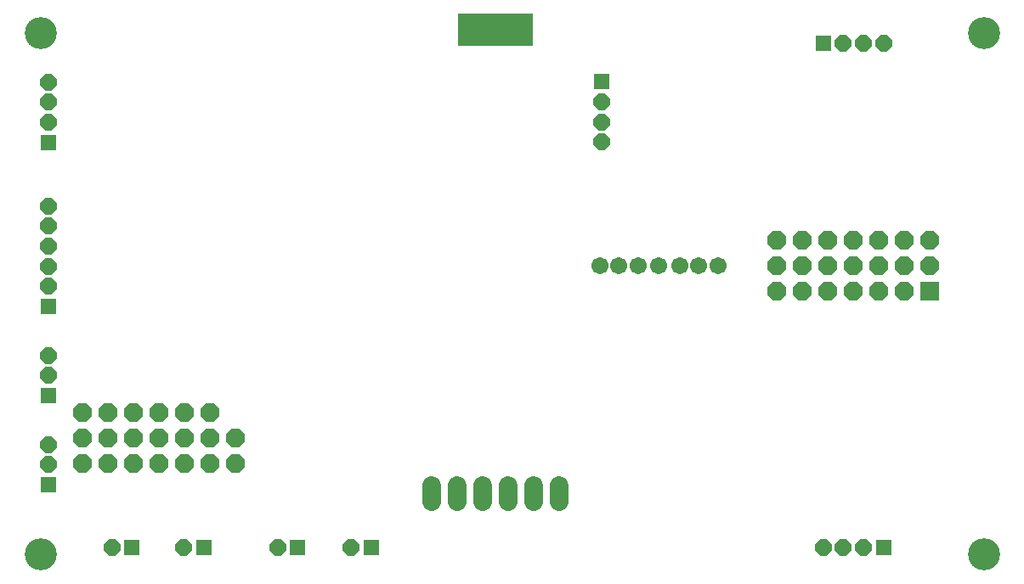
<source format=gbr>
G04 EAGLE Gerber RS-274X export*
G75*
%MOMM*%
%FSLAX34Y34*%
%LPD*%
%INSoldermask Bottom*%
%IPPOS*%
%AMOC8*
5,1,8,0,0,1.08239X$1,22.5*%
G01*
%ADD10C,3.203200*%
%ADD11R,7.540625X3.254375*%
%ADD12R,1.625600X1.625600*%
%ADD13P,1.759533X8X202.500000*%
%ADD14P,1.759533X8X22.500000*%
%ADD15P,1.979475X8X202.500000*%
%ADD16R,1.828800X1.828800*%
%ADD17P,1.979475X8X292.500000*%
%ADD18P,1.759533X8X112.500000*%
%ADD19P,1.979475X8X22.500000*%
%ADD20P,1.759533X8X292.500000*%
%ADD21C,1.828800*%
%ADD22C,1.711200*%


D10*
X30000Y550000D03*
X970000Y550000D03*
X30000Y30000D03*
X970000Y30000D03*
D11*
X482997Y552847D03*
D12*
X589026Y500980D03*
D13*
X589026Y480980D03*
X589026Y460980D03*
X589026Y440980D03*
D12*
X38100Y440694D03*
D14*
X38100Y460694D03*
X38100Y480694D03*
X38100Y500694D03*
D15*
X915988Y342900D03*
X915988Y317500D03*
X890588Y342900D03*
X890588Y317500D03*
X865188Y342900D03*
X865188Y317500D03*
X839788Y342900D03*
X839788Y317500D03*
X814388Y342900D03*
X814388Y317500D03*
X788988Y342900D03*
X788988Y317500D03*
X763588Y342900D03*
X763588Y317500D03*
D16*
X915988Y292100D03*
D17*
X890588Y292100D03*
X865188Y292100D03*
X839788Y292100D03*
X814388Y292100D03*
X788988Y292100D03*
X763588Y292100D03*
D12*
X286225Y36513D03*
D18*
X266225Y36513D03*
D12*
X359250Y36513D03*
D18*
X339250Y36513D03*
D12*
X192563Y36513D03*
D18*
X172563Y36513D03*
D12*
X121125Y36513D03*
D18*
X101125Y36513D03*
D19*
X71438Y120650D03*
X71438Y146050D03*
X96838Y120650D03*
X96838Y146050D03*
X122238Y120650D03*
X122238Y146050D03*
X147638Y120650D03*
X147638Y146050D03*
X173038Y120650D03*
X173038Y146050D03*
X198438Y120650D03*
X198438Y146050D03*
X223838Y120650D03*
X223838Y146050D03*
D17*
X198438Y171450D03*
X173038Y171450D03*
X147638Y171450D03*
X122238Y171450D03*
X96838Y171450D03*
X71438Y171450D03*
D12*
X38100Y187963D03*
D14*
X38100Y207963D03*
X38100Y227963D03*
D12*
X38100Y99063D03*
D14*
X38100Y119063D03*
X38100Y139063D03*
D12*
X809788Y539750D03*
D20*
X829788Y539750D03*
X849788Y539750D03*
X869788Y539750D03*
D12*
X869788Y36513D03*
D18*
X849788Y36513D03*
X829788Y36513D03*
X809788Y36513D03*
D12*
X38100Y277025D03*
D14*
X38100Y297025D03*
X38100Y317025D03*
X38100Y337025D03*
X38100Y357025D03*
X38100Y377025D03*
D21*
X419894Y98616D02*
X419894Y82360D01*
X445294Y82360D02*
X445294Y98616D01*
X470694Y98616D02*
X470694Y82360D01*
X496094Y82360D02*
X496094Y98616D01*
X521494Y98616D02*
X521494Y82360D01*
X546894Y82360D02*
X546894Y98616D01*
D22*
X587375Y317500D03*
X606425Y317500D03*
X625475Y317500D03*
X646113Y317500D03*
X685800Y317500D03*
X704850Y317500D03*
X666750Y317500D03*
M02*

</source>
